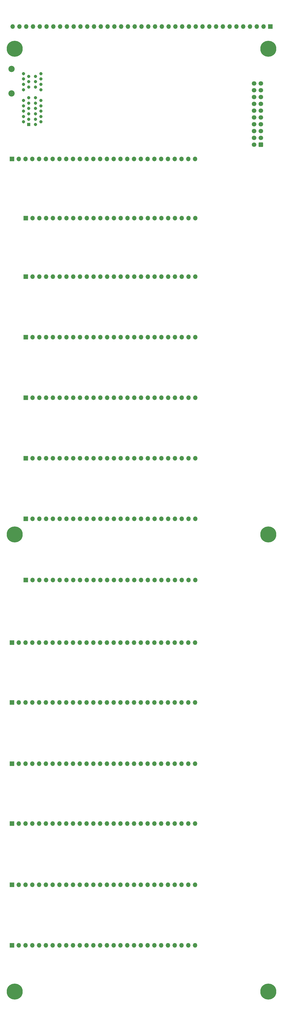
<source format=gbr>
%TF.GenerationSoftware,KiCad,Pcbnew,(6.0.0-0)*%
%TF.CreationDate,2022-06-01T15:30:03-04:00*%
%TF.ProjectId,cpu-input-output-control,6370752d-696e-4707-9574-2d6f75747075,rev?*%
%TF.SameCoordinates,Original*%
%TF.FileFunction,Soldermask,Bot*%
%TF.FilePolarity,Negative*%
%FSLAX46Y46*%
G04 Gerber Fmt 4.6, Leading zero omitted, Abs format (unit mm)*
G04 Created by KiCad (PCBNEW (6.0.0-0)) date 2022-06-01 15:30:03*
%MOMM*%
%LPD*%
G01*
G04 APERTURE LIST*
G04 Aperture macros list*
%AMRoundRect*
0 Rectangle with rounded corners*
0 $1 Rounding radius*
0 $2 $3 $4 $5 $6 $7 $8 $9 X,Y pos of 4 corners*
0 Add a 4 corners polygon primitive as box body*
4,1,4,$2,$3,$4,$5,$6,$7,$8,$9,$2,$3,0*
0 Add four circle primitives for the rounded corners*
1,1,$1+$1,$2,$3*
1,1,$1+$1,$4,$5*
1,1,$1+$1,$6,$7*
1,1,$1+$1,$8,$9*
0 Add four rect primitives between the rounded corners*
20,1,$1+$1,$2,$3,$4,$5,0*
20,1,$1+$1,$4,$5,$6,$7,0*
20,1,$1+$1,$6,$7,$8,$9,0*
20,1,$1+$1,$8,$9,$2,$3,0*%
G04 Aperture macros list end*
%ADD10R,1.700000X1.700000*%
%ADD11O,1.700000X1.700000*%
%ADD12C,0.800000*%
%ADD13C,6.000000*%
%ADD14C,1.208000*%
%ADD15R,1.208000X1.208000*%
%ADD16C,2.350000*%
%ADD17RoundRect,0.250000X0.600000X0.600000X-0.600000X0.600000X-0.600000X-0.600000X0.600000X-0.600000X0*%
%ADD18C,1.700000*%
G04 APERTURE END LIST*
D10*
%TO.C,J3*%
X147828000Y-90506000D03*
D11*
X145288000Y-90506000D03*
X142748000Y-90506000D03*
X140208000Y-90506000D03*
X137668000Y-90506000D03*
X135128000Y-90506000D03*
X132588000Y-90506000D03*
X130048000Y-90506000D03*
X127508000Y-90506000D03*
X124968000Y-90506000D03*
X122428000Y-90506000D03*
X119888000Y-90506000D03*
X117348000Y-90506000D03*
X114808000Y-90506000D03*
X112268000Y-90506000D03*
X109728000Y-90506000D03*
X107188000Y-90506000D03*
X104648000Y-90506000D03*
X102108000Y-90506000D03*
X99568000Y-90506000D03*
X97028000Y-90506000D03*
X94488000Y-90506000D03*
X91948000Y-90506000D03*
X89408000Y-90506000D03*
X86868000Y-90506000D03*
X84328000Y-90506000D03*
X81788000Y-90506000D03*
X79248000Y-90506000D03*
X76708000Y-90506000D03*
X74168000Y-90506000D03*
X71628000Y-90506000D03*
X69088000Y-90506000D03*
X66548000Y-90506000D03*
X64008000Y-90506000D03*
X61468000Y-90506000D03*
X58928000Y-90506000D03*
X56388000Y-90506000D03*
X53848000Y-90506000D03*
X51308000Y-90506000D03*
%TD*%
D12*
%TO.C,REF\u002A\u002A*%
X145475010Y-281752990D03*
X149316000Y-280162000D03*
X147066000Y-282412000D03*
X147066000Y-277912000D03*
X148656990Y-278571010D03*
X148656990Y-281752990D03*
X145475010Y-278571010D03*
D13*
X147066000Y-280162000D03*
D12*
X144816000Y-280162000D03*
%TD*%
%TO.C,REF\u002A\u002A*%
X50479010Y-281752990D03*
X54320000Y-280162000D03*
X52070000Y-282412000D03*
X52070000Y-277912000D03*
X53660990Y-278571010D03*
X53660990Y-281752990D03*
X50479010Y-278571010D03*
D13*
X52070000Y-280162000D03*
D12*
X49820000Y-280162000D03*
%TD*%
%TO.C,REF\u002A\u002A*%
X145475010Y-452440990D03*
X149316000Y-450850000D03*
X147066000Y-453100000D03*
X147066000Y-448600000D03*
X148656990Y-449259010D03*
X148656990Y-452440990D03*
X145475010Y-449259010D03*
D13*
X147066000Y-450850000D03*
D12*
X144816000Y-450850000D03*
%TD*%
%TO.C,REF\u002A\u002A*%
X50479010Y-452440990D03*
X54320000Y-450850000D03*
X52070000Y-453100000D03*
X52070000Y-448600000D03*
X53660990Y-449259010D03*
X53660990Y-452440990D03*
X50479010Y-449259010D03*
D13*
X52070000Y-450850000D03*
D12*
X49820000Y-450850000D03*
%TD*%
%TO.C,REF\u002A\u002A*%
X50479010Y-100396990D03*
X54320000Y-98806000D03*
X52070000Y-101056000D03*
X52070000Y-96556000D03*
X53660990Y-97215010D03*
X53660990Y-100396990D03*
X50479010Y-97215010D03*
D13*
X52070000Y-98806000D03*
D12*
X49820000Y-98806000D03*
%TD*%
D13*
%TO.C,REF\u002A\u002A*%
X147066000Y-98806000D03*
D12*
X149316000Y-98806000D03*
X148656990Y-100396990D03*
X147066000Y-101056000D03*
X145475010Y-100396990D03*
X144816000Y-98806000D03*
X145475010Y-97215010D03*
X147066000Y-96556000D03*
X148656990Y-97215010D03*
%TD*%
D10*
%TO.C,J18*%
X51054000Y-433578000D03*
D11*
X53594000Y-433578000D03*
X56134000Y-433578000D03*
X58674000Y-433578000D03*
X61214000Y-433578000D03*
X63754000Y-433578000D03*
X66294000Y-433578000D03*
X68834000Y-433578000D03*
X71374000Y-433578000D03*
X73914000Y-433578000D03*
X76454000Y-433578000D03*
X78994000Y-433578000D03*
X81534000Y-433578000D03*
X84074000Y-433578000D03*
X86614000Y-433578000D03*
X89154000Y-433578000D03*
X91694000Y-433578000D03*
X94234000Y-433578000D03*
X96774000Y-433578000D03*
X99314000Y-433578000D03*
X101854000Y-433578000D03*
X104394000Y-433578000D03*
X106934000Y-433578000D03*
X109474000Y-433578000D03*
X112014000Y-433578000D03*
X114554000Y-433578000D03*
X117094000Y-433578000D03*
X119634000Y-433578000D03*
%TD*%
D10*
%TO.C,J16*%
X51054000Y-410972000D03*
D11*
X53594000Y-410972000D03*
X56134000Y-410972000D03*
X58674000Y-410972000D03*
X61214000Y-410972000D03*
X63754000Y-410972000D03*
X66294000Y-410972000D03*
X68834000Y-410972000D03*
X71374000Y-410972000D03*
X73914000Y-410972000D03*
X76454000Y-410972000D03*
X78994000Y-410972000D03*
X81534000Y-410972000D03*
X84074000Y-410972000D03*
X86614000Y-410972000D03*
X89154000Y-410972000D03*
X91694000Y-410972000D03*
X94234000Y-410972000D03*
X96774000Y-410972000D03*
X99314000Y-410972000D03*
X101854000Y-410972000D03*
X104394000Y-410972000D03*
X106934000Y-410972000D03*
X109474000Y-410972000D03*
X112014000Y-410972000D03*
X114554000Y-410972000D03*
X117094000Y-410972000D03*
X119634000Y-410972000D03*
%TD*%
D10*
%TO.C,J14*%
X51054000Y-388112000D03*
D11*
X53594000Y-388112000D03*
X56134000Y-388112000D03*
X58674000Y-388112000D03*
X61214000Y-388112000D03*
X63754000Y-388112000D03*
X66294000Y-388112000D03*
X68834000Y-388112000D03*
X71374000Y-388112000D03*
X73914000Y-388112000D03*
X76454000Y-388112000D03*
X78994000Y-388112000D03*
X81534000Y-388112000D03*
X84074000Y-388112000D03*
X86614000Y-388112000D03*
X89154000Y-388112000D03*
X91694000Y-388112000D03*
X94234000Y-388112000D03*
X96774000Y-388112000D03*
X99314000Y-388112000D03*
X101854000Y-388112000D03*
X104394000Y-388112000D03*
X106934000Y-388112000D03*
X109474000Y-388112000D03*
X112014000Y-388112000D03*
X114554000Y-388112000D03*
X117094000Y-388112000D03*
X119634000Y-388112000D03*
%TD*%
D10*
%TO.C,J11*%
X51054000Y-365760000D03*
D11*
X53594000Y-365760000D03*
X56134000Y-365760000D03*
X58674000Y-365760000D03*
X61214000Y-365760000D03*
X63754000Y-365760000D03*
X66294000Y-365760000D03*
X68834000Y-365760000D03*
X71374000Y-365760000D03*
X73914000Y-365760000D03*
X76454000Y-365760000D03*
X78994000Y-365760000D03*
X81534000Y-365760000D03*
X84074000Y-365760000D03*
X86614000Y-365760000D03*
X89154000Y-365760000D03*
X91694000Y-365760000D03*
X94234000Y-365760000D03*
X96774000Y-365760000D03*
X99314000Y-365760000D03*
X101854000Y-365760000D03*
X104394000Y-365760000D03*
X106934000Y-365760000D03*
X109474000Y-365760000D03*
X112014000Y-365760000D03*
X114554000Y-365760000D03*
X117094000Y-365760000D03*
X119634000Y-365760000D03*
%TD*%
D10*
%TO.C,J8*%
X51054000Y-342900000D03*
D11*
X53594000Y-342900000D03*
X56134000Y-342900000D03*
X58674000Y-342900000D03*
X61214000Y-342900000D03*
X63754000Y-342900000D03*
X66294000Y-342900000D03*
X68834000Y-342900000D03*
X71374000Y-342900000D03*
X73914000Y-342900000D03*
X76454000Y-342900000D03*
X78994000Y-342900000D03*
X81534000Y-342900000D03*
X84074000Y-342900000D03*
X86614000Y-342900000D03*
X89154000Y-342900000D03*
X91694000Y-342900000D03*
X94234000Y-342900000D03*
X96774000Y-342900000D03*
X99314000Y-342900000D03*
X101854000Y-342900000D03*
X104394000Y-342900000D03*
X106934000Y-342900000D03*
X109474000Y-342900000D03*
X112014000Y-342900000D03*
X114554000Y-342900000D03*
X117094000Y-342900000D03*
X119634000Y-342900000D03*
%TD*%
D10*
%TO.C,J6*%
X51069000Y-139929000D03*
D11*
X53609000Y-139929000D03*
X56149000Y-139929000D03*
X58689000Y-139929000D03*
X61229000Y-139929000D03*
X63769000Y-139929000D03*
X66309000Y-139929000D03*
X68849000Y-139929000D03*
X71389000Y-139929000D03*
X73929000Y-139929000D03*
X76469000Y-139929000D03*
X79009000Y-139929000D03*
X81549000Y-139929000D03*
X84089000Y-139929000D03*
X86629000Y-139929000D03*
X89169000Y-139929000D03*
X91709000Y-139929000D03*
X94249000Y-139929000D03*
X96789000Y-139929000D03*
X99329000Y-139929000D03*
X101869000Y-139929000D03*
X104409000Y-139929000D03*
X106949000Y-139929000D03*
X109489000Y-139929000D03*
X112029000Y-139929000D03*
X114569000Y-139929000D03*
X117109000Y-139929000D03*
X119649000Y-139929000D03*
%TD*%
D10*
%TO.C,J2*%
X51054000Y-320548000D03*
D11*
X53594000Y-320548000D03*
X56134000Y-320548000D03*
X58674000Y-320548000D03*
X61214000Y-320548000D03*
X63754000Y-320548000D03*
X66294000Y-320548000D03*
X68834000Y-320548000D03*
X71374000Y-320548000D03*
X73914000Y-320548000D03*
X76454000Y-320548000D03*
X78994000Y-320548000D03*
X81534000Y-320548000D03*
X84074000Y-320548000D03*
X86614000Y-320548000D03*
X89154000Y-320548000D03*
X91694000Y-320548000D03*
X94234000Y-320548000D03*
X96774000Y-320548000D03*
X99314000Y-320548000D03*
X101854000Y-320548000D03*
X104394000Y-320548000D03*
X106934000Y-320548000D03*
X109474000Y-320548000D03*
X112014000Y-320548000D03*
X114554000Y-320548000D03*
X117094000Y-320548000D03*
X119634000Y-320548000D03*
%TD*%
D10*
%TO.C,J17*%
X56159000Y-297180000D03*
D11*
X58699000Y-297180000D03*
X61239000Y-297180000D03*
X63779000Y-297180000D03*
X66319000Y-297180000D03*
X68859000Y-297180000D03*
X71399000Y-297180000D03*
X73939000Y-297180000D03*
X76479000Y-297180000D03*
X79019000Y-297180000D03*
X81559000Y-297180000D03*
X84099000Y-297180000D03*
X86639000Y-297180000D03*
X89179000Y-297180000D03*
X91719000Y-297180000D03*
X94259000Y-297180000D03*
X96799000Y-297180000D03*
X99339000Y-297180000D03*
X101879000Y-297180000D03*
X104419000Y-297180000D03*
X106959000Y-297180000D03*
X109499000Y-297180000D03*
X112039000Y-297180000D03*
X114579000Y-297180000D03*
X117119000Y-297180000D03*
X119659000Y-297180000D03*
%TD*%
%TO.C,J15*%
X119659000Y-274320000D03*
X117119000Y-274320000D03*
X114579000Y-274320000D03*
X112039000Y-274320000D03*
X109499000Y-274320000D03*
X106959000Y-274320000D03*
X104419000Y-274320000D03*
X101879000Y-274320000D03*
X99339000Y-274320000D03*
X96799000Y-274320000D03*
X94259000Y-274320000D03*
X91719000Y-274320000D03*
X89179000Y-274320000D03*
X86639000Y-274320000D03*
X84099000Y-274320000D03*
X81559000Y-274320000D03*
X79019000Y-274320000D03*
X76479000Y-274320000D03*
X73939000Y-274320000D03*
X71399000Y-274320000D03*
X68859000Y-274320000D03*
X66319000Y-274320000D03*
X63779000Y-274320000D03*
X61239000Y-274320000D03*
X58699000Y-274320000D03*
D10*
X56159000Y-274320000D03*
%TD*%
%TO.C,J13*%
X56159000Y-251714000D03*
D11*
X58699000Y-251714000D03*
X61239000Y-251714000D03*
X63779000Y-251714000D03*
X66319000Y-251714000D03*
X68859000Y-251714000D03*
X71399000Y-251714000D03*
X73939000Y-251714000D03*
X76479000Y-251714000D03*
X79019000Y-251714000D03*
X81559000Y-251714000D03*
X84099000Y-251714000D03*
X86639000Y-251714000D03*
X89179000Y-251714000D03*
X91719000Y-251714000D03*
X94259000Y-251714000D03*
X96799000Y-251714000D03*
X99339000Y-251714000D03*
X101879000Y-251714000D03*
X104419000Y-251714000D03*
X106959000Y-251714000D03*
X109499000Y-251714000D03*
X112039000Y-251714000D03*
X114579000Y-251714000D03*
X117119000Y-251714000D03*
X119659000Y-251714000D03*
%TD*%
D10*
%TO.C,J10*%
X56159000Y-229108000D03*
D11*
X58699000Y-229108000D03*
X61239000Y-229108000D03*
X63779000Y-229108000D03*
X66319000Y-229108000D03*
X68859000Y-229108000D03*
X71399000Y-229108000D03*
X73939000Y-229108000D03*
X76479000Y-229108000D03*
X79019000Y-229108000D03*
X81559000Y-229108000D03*
X84099000Y-229108000D03*
X86639000Y-229108000D03*
X89179000Y-229108000D03*
X91719000Y-229108000D03*
X94259000Y-229108000D03*
X96799000Y-229108000D03*
X99339000Y-229108000D03*
X101879000Y-229108000D03*
X104419000Y-229108000D03*
X106959000Y-229108000D03*
X109499000Y-229108000D03*
X112039000Y-229108000D03*
X114579000Y-229108000D03*
X117119000Y-229108000D03*
X119659000Y-229108000D03*
%TD*%
D10*
%TO.C,J7*%
X56159000Y-206502000D03*
D11*
X58699000Y-206502000D03*
X61239000Y-206502000D03*
X63779000Y-206502000D03*
X66319000Y-206502000D03*
X68859000Y-206502000D03*
X71399000Y-206502000D03*
X73939000Y-206502000D03*
X76479000Y-206502000D03*
X79019000Y-206502000D03*
X81559000Y-206502000D03*
X84099000Y-206502000D03*
X86639000Y-206502000D03*
X89179000Y-206502000D03*
X91719000Y-206502000D03*
X94259000Y-206502000D03*
X96799000Y-206502000D03*
X99339000Y-206502000D03*
X101879000Y-206502000D03*
X104419000Y-206502000D03*
X106959000Y-206502000D03*
X109499000Y-206502000D03*
X112039000Y-206502000D03*
X114579000Y-206502000D03*
X117119000Y-206502000D03*
X119659000Y-206502000D03*
%TD*%
D10*
%TO.C,J5*%
X56159000Y-183871000D03*
D11*
X58699000Y-183871000D03*
X61239000Y-183871000D03*
X63779000Y-183871000D03*
X66319000Y-183871000D03*
X68859000Y-183871000D03*
X71399000Y-183871000D03*
X73939000Y-183871000D03*
X76479000Y-183871000D03*
X79019000Y-183871000D03*
X81559000Y-183871000D03*
X84099000Y-183871000D03*
X86639000Y-183871000D03*
X89179000Y-183871000D03*
X91719000Y-183871000D03*
X94259000Y-183871000D03*
X96799000Y-183871000D03*
X99339000Y-183871000D03*
X101879000Y-183871000D03*
X104419000Y-183871000D03*
X106959000Y-183871000D03*
X109499000Y-183871000D03*
X112039000Y-183871000D03*
X114579000Y-183871000D03*
X117119000Y-183871000D03*
X119659000Y-183871000D03*
%TD*%
D10*
%TO.C,J1*%
X56159000Y-162052000D03*
D11*
X58699000Y-162052000D03*
X61239000Y-162052000D03*
X63779000Y-162052000D03*
X66319000Y-162052000D03*
X68859000Y-162052000D03*
X71399000Y-162052000D03*
X73939000Y-162052000D03*
X76479000Y-162052000D03*
X79019000Y-162052000D03*
X81559000Y-162052000D03*
X84099000Y-162052000D03*
X86639000Y-162052000D03*
X89179000Y-162052000D03*
X91719000Y-162052000D03*
X94259000Y-162052000D03*
X96799000Y-162052000D03*
X99339000Y-162052000D03*
X101879000Y-162052000D03*
X104419000Y-162052000D03*
X106959000Y-162052000D03*
X109499000Y-162052000D03*
X112039000Y-162052000D03*
X114579000Y-162052000D03*
X117119000Y-162052000D03*
X119659000Y-162052000D03*
%TD*%
D14*
%TO.C,J9*%
X61836000Y-108102000D03*
X59836000Y-109102000D03*
X61836000Y-110102000D03*
X59836000Y-111102000D03*
X61836000Y-112102000D03*
X59836000Y-113102000D03*
X61836000Y-114102000D03*
X59836000Y-117102000D03*
X61836000Y-118102000D03*
X59836000Y-119102000D03*
X61836000Y-120102000D03*
X59836000Y-121102000D03*
X61836000Y-122102000D03*
X59836000Y-123102000D03*
X61836000Y-124102000D03*
X59836000Y-125102000D03*
X61836000Y-126102000D03*
X59836000Y-127102000D03*
X55336000Y-108102000D03*
X57336000Y-109102000D03*
X55336000Y-110102000D03*
X57336000Y-111102000D03*
X55336000Y-112102000D03*
X57336000Y-113102000D03*
X55336000Y-114102000D03*
X57336000Y-117102000D03*
X55336000Y-118102000D03*
X57336000Y-119102000D03*
X55336000Y-120102000D03*
X57336000Y-121102000D03*
X55336000Y-122102000D03*
X57336000Y-123102000D03*
X55336000Y-124102000D03*
X57336000Y-125102000D03*
X55336000Y-126102000D03*
D15*
X57336000Y-127102000D03*
D16*
X50836000Y-115452000D03*
X50836000Y-106302000D03*
%TD*%
D17*
%TO.C,J12*%
X144262500Y-134620000D03*
D18*
X144262500Y-132080000D03*
X144262500Y-129540000D03*
X144262500Y-127000000D03*
X144262500Y-124460000D03*
X144262500Y-121920000D03*
X144262500Y-119380000D03*
X144262500Y-116840000D03*
X144262500Y-114300000D03*
X144262500Y-111760000D03*
X141722500Y-134620000D03*
X141722500Y-132080000D03*
X141722500Y-129540000D03*
X141722500Y-127000000D03*
X141722500Y-124460000D03*
X141722500Y-121920000D03*
X141722500Y-119380000D03*
X141722500Y-116840000D03*
X141722500Y-114300000D03*
X141722500Y-111760000D03*
%TD*%
M02*

</source>
